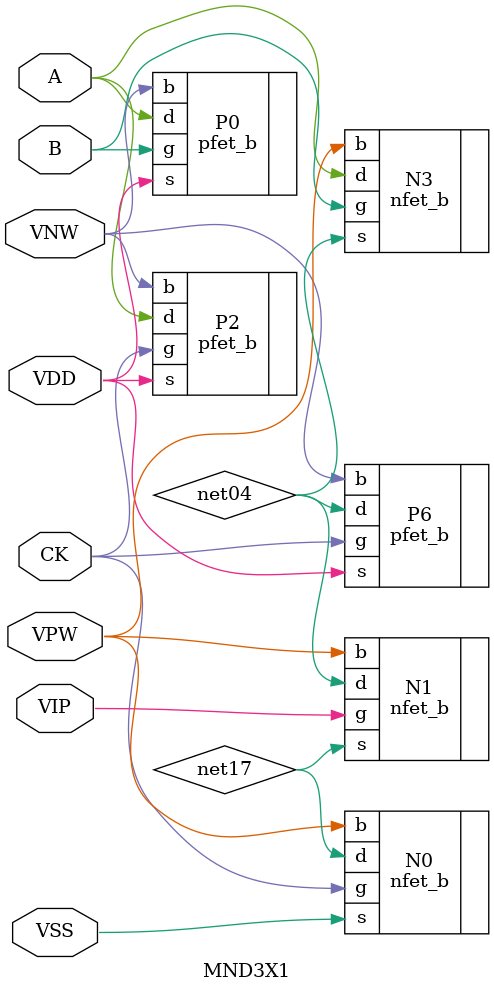
<source format=v>
`timescale 1ns / 1ns 

module MND3X1 ( A, B, VDD, VNW, VPW, VSS, CK, VIP );

inout  A, B, VDD, VNW, VPW, VSS;

input  CK, VIP;


specify 
    specparam CDS_LIBNAME  = "rail12lp";
    specparam CDS_CELLNAME = "MND3X1";
    specparam CDS_VIEWNAME = "schematic";
endspecify

pfet_b  P6 ( .b(VNW), .s(VDD), .g(CK), .d(net04));
pfet_b  P0 ( .b(VNW), .s(VDD), .g(B), .d(A));
pfet_b  P2 ( .b(VNW), .s(VDD), .g(CK), .d(A));
nfet_b  N3 ( .b(VPW), .s(net04), .g(B), .d(A));
nfet_b  N1 ( .b(VPW), .s(net17), .g(VIP), .d(net04));
nfet_b  N0 ( .b(VPW), .s(VSS), .g(CK), .d(net17));

endmodule

</source>
